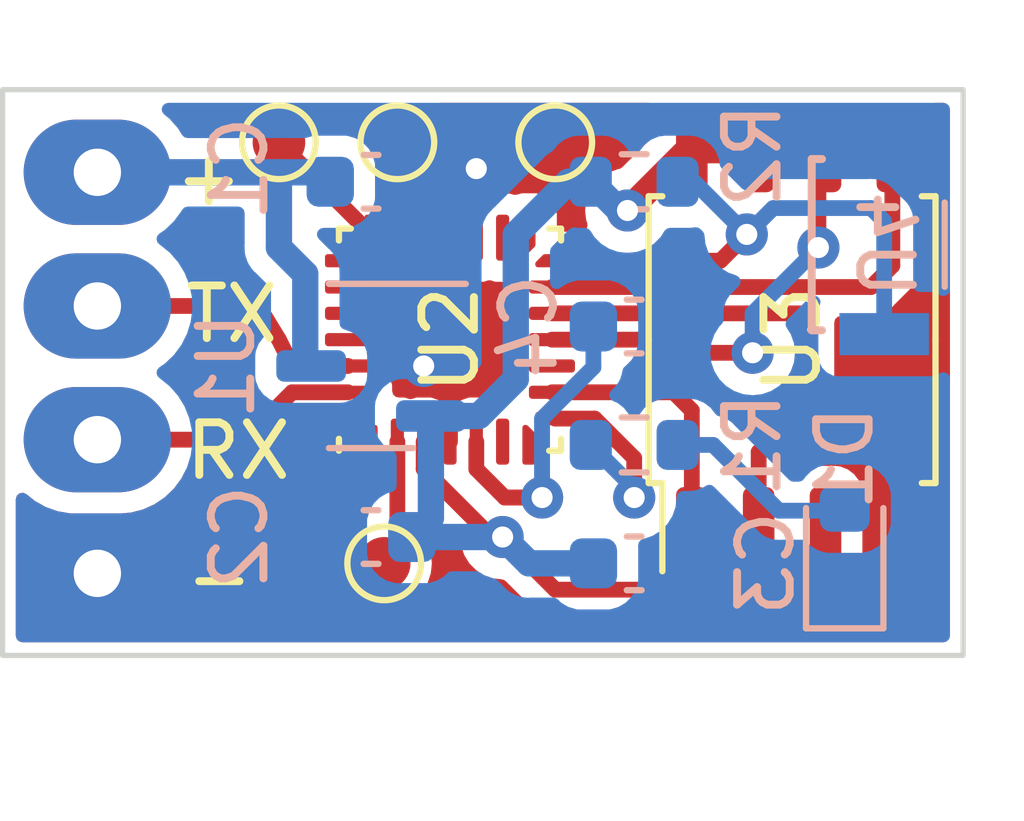
<source format=kicad_pcb>
(kicad_pcb (version 20221018) (generator pcbnew)
  (title_block (comment 4 "AISLER Project ID: SPNUQLLX"))
  (layers (0 "F.Cu" signal) (31 "B.Cu" signal) (34 "B.Paste" user) (35 "F.Paste" user) (36 "B.SilkS" user "B.Silkscreen") (37 "F.SilkS" user "F.Silkscreen") (38 "B.Mask" user) (39 "F.Mask" user) (44 "Edge.Cuts" user))
  (net 0 "")
  (net 1 "+5V")
  (net 2 "GND")
  (net 3 "VCC")
  (net 4 "/RESET")
  (net 5 "/LED")
  (net 6 "RX")
  (net 7 "TX")
  (net 8 "KEY")
  (net 9 "/SWCLK")
  (net 10 "/SWDIO")
  (net 11 "/TEST")
  (net 12 "CS")
  (net 13 "SCK")
  (net 14 "MISO")
  (net 15 "MOSI")
  (net 16 "Net-(U2-PA2)")
  (footprint "TestPoint:TestPoint_Pad_D1.0mm" (layer "F.Cu") (at 72.25 60.25)
    (fp_text reference "TP3")
    (fp_text value "TestPoint")
    (fp_circle (center 0 0) (end 0 0.7) (stroke (width 0.12)) (fill none) (layer "F.SilkS"))
    (pad "1" smd circle (at 0 0) (size 1 1) (layers "F.Cu" "F.Mask") (net 11 "/TEST"))
  )
  (footprint "LSC_footprint:uart_power_th" (layer "F.Cu") (at 67 56.7)
    (fp_text reference "J1")
    (fp_text value "UART")
    (fp_text user "RX" (at 1.4 2 unlocked) (layer "F.SilkS") (effects (justify left bottom)))
    (fp_text user "+" (at 1.2 -3.2 unlocked) (layer "F.SilkS") (effects (justify left bottom)))
    (fp_text user "TX" (at 1.4 -0.6 unlocked) (layer "F.SilkS") (effects (justify left bottom)))
    (fp_text user "-" (at 1.4 4.4 unlocked) (layer "F.SilkS") (effects (justify left bottom)))
    (pad "1" thru_hole rect (at -0.2 3.74) (size 2.8 2) (drill 0.9) (layers "*.Cu" "*.Mask") (net 2 "GND"))
    (pad "2" thru_hole oval (at -0.2 1.2) (size 2.8 2) (drill 0.9) (layers "*.Cu" "*.Mask") (net 6 "RX"))
    (pad "3" thru_hole oval (at -0.2 -1.34) (size 2.8 2) (drill 0.9) (layers "*.Cu" "*.Mask") (net 7 "TX"))
    (pad "4" thru_hole oval (at -0.2 -3.88) (size 2.8 2) (drill 0.9) (layers "*.Cu" "*.Mask") (net 1 "+5V"))
  )
  (footprint "TestPoint:TestPoint_Pad_D1.0mm" (layer "F.Cu") (at 70.25 52.25)
    (fp_text reference "TP1")
    (fp_text value "TestPoint")
    (fp_circle (center 0 0) (end 0 0.7) (stroke (width 0.12)) (fill none) (layer "F.SilkS"))
    (pad "1" smd circle (at 0 0) (size 1 1) (layers "F.Cu" "F.Mask") (net 9 "/SWCLK"))
  )
  (footprint "TestPoint:TestPoint_Pad_D1.0mm" (layer "F.Cu") (at 75.5 52.25)
    (fp_text reference "TP0")
    (fp_text value "TestPoint")
    (fp_circle (center 0 0) (end 0 0.7) (stroke (width 0.12)) (fill none) (layer "F.SilkS"))
    (pad "1" smd circle (at 0 0) (size 1 1) (layers "F.Cu" "F.Mask") (net 2 "GND"))
  )
  (footprint "TestPoint:TestPoint_Pad_D1.0mm" (layer "F.Cu") (at 72.5 52.25)
    (fp_text reference "TP2")
    (fp_text value "TestPoint")
    (fp_circle (center 0 0) (end 0 0.7) (stroke (width 0.12)) (fill none) (layer "F.SilkS"))
    (pad "1" smd circle (at 0 0) (size 1 1) (layers "F.Cu" "F.Mask") (net 10 "/SWDIO"))
  )
  (footprint "Package_SO:SOIC-8_5.23x5.23mm_P1.27mm" (layer "F.Cu") (at 80 56 90)
    (fp_text reference "U3" (at 0 0 90) (layer "F.SilkS"))
    (fp_text value "W25Q128JVS")
    (fp_line (start -2.725 -2.725) (end -2.725 -2.465) (stroke (width 0.12)) (layer "F.SilkS"))
    (fp_line (start -2.725 -2.465) (end -4.4 -2.465) (stroke (width 0.12)) (layer "F.SilkS"))
    (fp_line (start -2.725 2.725) (end -2.725 2.465) (stroke (width 0.12)) (layer "F.SilkS"))
    (fp_line (start 0 -2.725) (end -2.725 -2.725) (stroke (width 0.12)) (layer "F.SilkS"))
    (fp_line (start 0 -2.725) (end 2.725 -2.725) (stroke (width 0.12)) (layer "F.SilkS"))
    (fp_line (start 0 2.725) (end -2.725 2.725) (stroke (width 0.12)) (layer "F.SilkS"))
    (fp_line (start 0 2.725) (end 2.725 2.725) (stroke (width 0.12)) (layer "F.SilkS"))
    (fp_line (start 2.725 -2.725) (end 2.725 -2.465) (stroke (width 0.12)) (layer "F.SilkS"))
    (fp_line (start 2.725 2.725) (end 2.725 2.465) (stroke (width 0.12)) (layer "F.SilkS"))
    (pad "1" smd roundrect (at -3.6 -1.905 90) (size 1.6 0.6) (layers "F.Cu" "F.Paste" "F.Mask") (net 12 "CS"))
    (pad "2" smd roundrect (at -3.6 -0.635 90) (size 1.6 0.6) (layers "F.Cu" "F.Paste" "F.Mask") (net 14 "MISO"))
    (pad "3" smd roundrect (at -3.6 0.635 90) (size 1.6 0.6) (layers "F.Cu" "F.Paste" "F.Mask") (net 3 "VCC"))
    (pad "4" smd roundrect (at -3.6 1.905 90) (size 1.6 0.6) (layers "F.Cu" "F.Paste" "F.Mask") (net 2 "GND"))
    (pad "5" smd roundrect (at 3.6 1.905 90) (size 1.6 0.6) (layers "F.Cu" "F.Paste" "F.Mask") (net 15 "MOSI"))
    (pad "6" smd roundrect (at 3.6 0.635 90) (size 1.6 0.6) (layers "F.Cu" "F.Paste" "F.Mask") (net 13 "SCK"))
    (pad "7" smd roundrect (at 3.6 -0.635 90) (size 1.6 0.6) (layers "F.Cu" "F.Paste" "F.Mask") (net 3 "VCC"))
    (pad "8" smd roundrect (at 3.6 -1.905 90) (size 1.6 0.6) (layers "F.Cu" "F.Paste" "F.Mask") (net 3 "VCC"))
  )
  (footprint "Package_DFN_QFN:QFN-28_4x4mm_P0.5mm" (layer "F.Cu") (at 73.5 56 90)
    (fp_text reference "U2" (at 0 0 90) (layer "F.SilkS"))
    (fp_text value "STM32G031G8Ux")
    (fp_line (start -2.11 2.11) (end -2.11 1.885) (stroke (width 0.12)) (layer "F.SilkS"))
    (fp_line (start -1.885 -2.11) (end -2.11 -2.11) (stroke (width 0.12)) (layer "F.SilkS"))
    (fp_line (start -1.885 2.11) (end -2.11 2.11) (stroke (width 0.12)) (layer "F.SilkS"))
    (fp_line (start 1.885 -2.11) (end 2.11 -2.11) (stroke (width 0.12)) (layer "F.SilkS"))
    (fp_line (start 1.885 2.11) (end 2.11 2.11) (stroke (width 0.12)) (layer "F.SilkS"))
    (fp_line (start 2.11 -2.11) (end 2.11 -1.885) (stroke (width 0.12)) (layer "F.SilkS"))
    (fp_line (start 2.11 2.11) (end 2.11 1.885) (stroke (width 0.12)) (layer "F.SilkS"))
    (pad "1" smd custom (at -1.9975 -1.5 90) (size 0.136863 0.136863) (layers "F.Cu" "F.Paste" "F.Mask") (options (clearance outline) (anchor circle)) (primitives (gr_poly (pts (xy 0.3325 0.05364) (xy 0.3325 0.08) (xy -0.3325 0.08) (xy -0.3325 -0.08) (xy 0.19886 -0.08)) (width 0.09) (fill yes))))
    (pad "2" smd roundrect (at -1.9375 -1 90) (size 0.875 0.25) (layers "F.Cu" "F.Paste" "F.Mask") (net 11 "/TEST"))
    (pad "3" smd roundrect (at -1.9375 -0.5 90) (size 0.875 0.25) (layers "F.Cu" "F.Paste" "F.Mask") (net 3 "VCC"))
    (pad "4" smd roundrect (at -1.9375 0 90) (size 0.875 0.25) (layers "F.Cu" "F.Paste" "F.Mask") (net 2 "GND"))
    (pad "5" smd roundrect (at -1.9375 0.5 90) (size 0.875 0.25) (layers "F.Cu" "F.Paste" "F.Mask") (net 4 "/RESET"))
    (pad "6" smd roundrect (at -1.9375 1 90) (size 0.875 0.25) (layers "F.Cu" "F.Paste" "F.Mask"))
    (pad "7" smd custom (at -1.9975 1.5 90) (size 0.136863 0.136863) (layers "F.Cu" "F.Paste" "F.Mask") (options (clearance outline) (anchor circle)) (primitives (gr_poly (pts (xy 0.3325 -0.05364) (xy 0.19886 0.08) (xy -0.3325 0.08) (xy -0.3325 -0.08) (xy 0.3325 -0.08)) (width 0.09) (fill yes))))
    (pad "8" smd custom (at -1.5 1.9975 90) (size 0.136863 0.136863) (layers "F.Cu" "F.Paste" "F.Mask") (net 16 "Net-(U2-PA2)") (options (clearance outline) (anchor circle)) (primitives (gr_poly (pts (xy 0.08 0.3325) (xy -0.08 0.3325) (xy -0.08 -0.19886) (xy 0.05364 -0.3325) (xy 0.08 -0.3325)) (width 0.09) (fill yes))))
    (pad "9" smd roundrect (at -1 1.9375 90) (size 0.25 0.875) (layers "F.Cu" "F.Paste" "F.Mask") (net 12 "CS"))
    (pad "10" smd roundrect (at -0.5 1.9375 90) (size 0.25 0.875) (layers "F.Cu" "F.Paste" "F.Mask"))
    (pad "11" smd roundrect (at 0 1.9375 90) (size 0.25 0.875) (layers "F.Cu" "F.Paste" "F.Mask") (net 13 "SCK"))
    (pad "12" smd roundrect (at 0.5 1.9375 90) (size 0.25 0.875) (layers "F.Cu" "F.Paste" "F.Mask") (net 14 "MISO"))
    (pad "13" smd roundrect (at 1 1.9375 90) (size 0.25 0.875) (layers "F.Cu" "F.Paste" "F.Mask") (net 15 "MOSI"))
    (pad "14" smd custom (at 1.5 1.9975 90) (size 0.136863 0.136863) (layers "F.Cu" "F.Paste" "F.Mask") (net 8 "KEY") (options (clearance outline) (anchor circle)) (primitives (gr_poly (pts (xy 0.08 -0.19886) (xy 0.08 0.3325) (xy -0.08 0.3325) (xy -0.08 -0.3325) (xy -0.05364 -0.3325)) (width 0.09) (fill yes))))
    (pad "15" smd custom (at 1.9975 1.5 90) (size 0.136863 0.136863) (layers "F.Cu" "F.Paste" "F.Mask") (options (clearance outline) (anchor circle)) (primitives (gr_poly (pts (xy 0.3325 0.08) (xy -0.19886 0.08) (xy -0.3325 -0.05364) (xy -0.3325 -0.08) (xy 0.3325 -0.08)) (width 0.09) (fill yes))))
    (pad "16" smd roundrect (at 1.9375 1 90) (size 0.875 0.25) (layers "F.Cu" "F.Paste" "F.Mask"))
    (pad "17" smd roundrect (at 1.9375 0.5 90) (size 0.875 0.25) (layers "F.Cu" "F.Paste" "F.Mask"))
    (pad "18" smd roundrect (at 1.9375 0 90) (size 0.875 0.25) (layers "F.Cu" "F.Paste" "F.Mask"))
    (pad "19" smd roundrect (at 1.9375 -0.5 90) (size 0.875 0.25) (layers "F.Cu" "F.Paste" "F.Mask"))
    (pad "20" smd roundrect (at 1.9375 -1 90) (size 0.875 0.25) (layers "F.Cu" "F.Paste" "F.Mask") (net 10 "/SWDIO"))
    (pad "21" smd custom (at 1.9975 -1.5 90) (size 0.136863 0.136863) (layers "F.Cu" "F.Paste" "F.Mask") (net 9 "/SWCLK") (options (clearance outline) (anchor circle)) (primitives (gr_poly (pts (xy 0.3325 0.08) (xy -0.3325 0.08) (xy -0.3325 0.05364) (xy -0.19886 -0.08) (xy 0.3325 -0.08)) (width 0.09) (fill yes))))
    (pad "22" smd custom (at 1.5 -1.9975 90) (size 0.136863 0.136863) (layers "F.Cu" "F.Paste" "F.Mask") (options (clearance outline) (anchor circle)) (primitives (gr_poly (pts (xy 0.08 0.19886) (xy -0.05364 0.3325) (xy -0.08 0.3325) (xy -0.08 -0.3325) (xy 0.08 -0.3325)) (width 0.09) (fill yes))))
    (pad "23" smd roundrect (at 1 -1.9375 90) (size 0.25 0.875) (layers "F.Cu" "F.Paste" "F.Mask"))
    (pad "24" smd roundrect (at 0.5 -1.9375 90) (size 0.25 0.875) (layers "F.Cu" "F.Paste" "F.Mask"))
    (pad "25" smd roundrect (at 0 -1.9375 90) (size 0.25 0.875) (layers "F.Cu" "F.Paste" "F.Mask"))
    (pad "26" smd roundrect (at -0.5 -1.9375 90) (size 0.25 0.875) (layers "F.Cu" "F.Paste" "F.Mask") (net 7 "TX"))
    (pad "27" smd roundrect (at -1 -1.9375 90) (size 0.25 0.875) (layers "F.Cu" "F.Paste" "F.Mask") (net 6 "RX"))
    (pad "28" smd custom (at -1.5 -1.9975 90) (size 0.136863 0.136863) (layers "F.Cu" "F.Paste" "F.Mask") (options (clearance outline) (anchor circle)) (primitives (gr_poly (pts (xy 0.08 0.3325) (xy 0.05364 0.3325) (xy -0.08 0.19886) (xy -0.08 -0.3325) (xy 0.08 -0.3325)) (width 0.09) (fill yes))))
  )
  (footprint "Resistor_SMD:R_0603_1608Metric" (layer "B.Cu") (at 77 58)
    (fp_text reference "R1" (at 2.25 0 -90) (layer "B.SilkS") (effects (justify mirror)))
    (fp_text value "1KO")
    (fp_line (start -0.237258 -0.5225) (end 0.237258 -0.5225) (stroke (width 0.12)) (layer "B.SilkS"))
    (fp_line (start -0.237258 0.5225) (end 0.237258 0.5225) (stroke (width 0.12)) (layer "B.SilkS"))
    (pad "1" smd roundrect (at -0.825 0) (size 0.8 0.95) (layers "B.Cu" "B.Paste" "B.Mask") (net 16 "Net-(U2-PA2)"))
    (pad "2" smd roundrect (at 0.825 0) (size 0.8 0.95) (layers "B.Cu" "B.Paste" "B.Mask") (net 5 "/LED"))
  )
  (footprint "Package_TO_SOT_SMD:SOT-23-3" (layer "B.Cu") (at 72 56.5 180)
    (fp_text reference "U1" (at 2.75 0 90) (layer "B.SilkS") (effects (justify mirror)))
    (fp_text value "XC6206PxxxMR")
    (fp_line (start 0 -1.56) (end -0.8 -1.56) (stroke (width 0.12)) (layer "B.SilkS"))
    (fp_line (start 0 -1.56) (end 0.8 -1.56) (stroke (width 0.12)) (layer "B.SilkS"))
    (fp_line (start 0 1.56) (end -1.8 1.56) (stroke (width 0.12)) (layer "B.SilkS"))
    (fp_line (start 0 1.56) (end 0.8 1.56) (stroke (width 0.12)) (layer "B.SilkS"))
    (pad "1" smd roundrect (at -1.1375 0.95 180) (size 1.325 0.6) (layers "B.Cu" "B.Paste" "B.Mask") (net 2 "GND"))
    (pad "2" smd roundrect (at -1.1375 -0.95 180) (size 1.325 0.6) (layers "B.Cu" "B.Paste" "B.Mask") (net 3 "VCC"))
    (pad "3" smd roundrect (at 1.1375 0 180) (size 1.325 0.6) (layers "B.Cu" "B.Paste" "B.Mask") (net 1 "+5V"))
  )
  (footprint "Resistor_SMD:R_0603_1608Metric" (layer "B.Cu") (at 77 53)
    (fp_text reference "R2" (at 2.25 -0.5 90) (layer "B.SilkS") (effects (justify mirror)))
    (fp_text value "10kO")
    (fp_line (start -0.237258 -0.5225) (end 0.237258 -0.5225) (stroke (width 0.12)) (layer "B.SilkS"))
    (fp_line (start -0.237258 0.5225) (end 0.237258 0.5225) (stroke (width 0.12)) (layer "B.SilkS"))
    (pad "1" smd roundrect (at -0.825 0) (size 0.8 0.95) (layers "B.Cu" "B.Paste" "B.Mask") (net 3 "VCC"))
    (pad "2" smd roundrect (at 0.825 0) (size 0.8 0.95) (layers "B.Cu" "B.Paste" "B.Mask") (net 8 "KEY"))
  )
  (footprint "Capacitor_SMD:C_0603_1608Metric" (layer "B.Cu") (at 77 55.75 180)
    (fp_text reference "C4" (at 2 0 90) (layer "B.SilkS") (effects (justify mirror)))
    (fp_text value "100nF")
    (fp_line (start -0.14058 -0.51) (end 0.14058 -0.51) (stroke (width 0.12)) (layer "B.SilkS"))
    (fp_line (start -0.14058 0.51) (end 0.14058 0.51) (stroke (width 0.12)) (layer "B.SilkS"))
    (pad "1" smd roundrect (at -0.775 0 180) (size 0.9 0.95) (layers "B.Cu" "B.Paste" "B.Mask") (net 2 "GND"))
    (pad "2" smd roundrect (at 0.775 0 180) (size 0.9 0.95) (layers "B.Cu" "B.Paste" "B.Mask") (net 4 "/RESET"))
  )
  (footprint "Capacitor_SMD:C_0603_1608Metric" (layer "B.Cu") (at 77 60.25)
    (fp_text reference "C3" (at 2.5 0 90) (layer "B.SilkS") (effects (justify mirror)))
    (fp_text value "4.7uF")
    (fp_line (start -0.14058 -0.51) (end 0.14058 -0.51) (stroke (width 0.12)) (layer "B.SilkS"))
    (fp_line (start -0.14058 0.51) (end 0.14058 0.51) (stroke (width 0.12)) (layer "B.SilkS"))
    (pad "1" smd roundrect (at -0.775 0) (size 0.9 0.95) (layers "B.Cu" "B.Paste" "B.Mask") (net 3 "VCC"))
    (pad "2" smd roundrect (at 0.775 0) (size 0.9 0.95) (layers "B.Cu" "B.Paste" "B.Mask") (net 2 "GND"))
  )
  (footprint "LED_SMD:LED_0603_1608Metric" (layer "B.Cu") (at 81 60 90)
    (fp_text reference "D1" (at 1.75 0 90) (layer "B.SilkS") (effects (justify mirror)))
    (fp_text value "LED")
    (fp_line (start -1.485 -0.735) (end 0.8 -0.735) (stroke (width 0.12)) (layer "B.SilkS"))
    (fp_line (start -1.485 0.735) (end -1.485 -0.735) (stroke (width 0.12)) (layer "B.SilkS"))
    (fp_line (start 0.8 0.735) (end -1.485 0.735) (stroke (width 0.12)) (layer "B.SilkS"))
    (pad "1" smd roundrect (at -0.7875 0 90) (size 0.875 0.95) (layers "B.Cu" "B.Paste" "B.Mask") (net 2 "GND"))
    (pad "2" smd roundrect (at 0.7875 0 90) (size 0.875 0.95) (layers "B.Cu" "B.Paste" "B.Mask") (net 5 "/LED"))
  )
  (footprint "LSC_footprint:B3U-3000P" (layer "B.Cu") (at 82.099999 54.1951 90)
    (fp_text reference "U4" (at 0 -0.349999 270 unlocked) (layer "B.SilkS") (effects (justify mirror)))
    (fp_text value "B3U-3000P")
    (fp_line (start -1.627 -1.727001) (end 1.627 -1.727001) (stroke (width 0.1524)) (layer "B.SilkS"))
    (fp_line (start -1.627 -1.532739) (end -1.627 -1.727001) (stroke (width 0.1524)) (layer "B.SilkS"))
    (fp_line (start -0.8 0.8) (end 0.8 0.8) (stroke (width 0.12)) (layer "B.SilkS"))
    (fp_line (start 1.627 -1.727001) (end 1.627 -1.532739) (stroke (width 0.1524)) (layer "B.SilkS"))
    (pad "1" smd rect (at -1.700002 -0.349999 90) (size 0.8 1.7) (layers "B.Cu" "B.Paste" "B.Mask") (net 8 "KEY"))
    (pad "2" smd rect (at 1.700002 -0.349999 90) (size 0.8 1.7) (layers "B.Cu" "B.Paste" "B.Mask") (net 2 "GND"))
  )
  (footprint "Capacitor_SMD:C_0603_1608Metric" (layer "B.Cu") (at 72 53)
    (fp_text reference "C1" (at -2.5 -0.25 -90) (layer "B.SilkS") (effects (justify mirror)))
    (fp_text value "4.7uF")
    (fp_line (start -0.14058 -0.51) (end 0.14058 -0.51) (stroke (width 0.12)) (layer "B.SilkS"))
    (fp_line (start -0.14058 0.51) (end 0.14058 0.51) (stroke (width 0.12)) (layer "B.SilkS"))
    (pad "1" smd roundrect (at -0.775 0) (size 0.9 0.95) (layers "B.Cu" "B.Paste" "B.Mask") (net 1 "+5V"))
    (pad "2" smd roundrect (at 0.775 0) (size 0.9 0.95) (layers "B.Cu" "B.Paste" "B.Mask") (net 2 "GND"))
  )
  (footprint "Capacitor_SMD:C_0603_1608Metric" (layer "B.Cu") (at 72 59.75 180)
    (fp_text reference "C2" (at 2.5 0 90) (layer "B.SilkS") (effects (justify mirror)))
    (fp_text value "100nF")
    (fp_line (start -0.14058 -0.51) (end 0.14058 -0.51) (stroke (width 0.12)) (layer "B.SilkS"))
    (fp_line (start -0.14058 0.51) (end 0.14058 0.51) (stroke (width 0.12)) (layer "B.SilkS"))
    (pad "1" smd roundrect (at -0.775 0 180) (size 0.9 0.95) (layers "B.Cu" "B.Paste" "B.Mask") (net 3 "VCC"))
    (pad "2" smd roundrect (at 0.775 0 180) (size 0.9 0.95) (layers "B.Cu" "B.Paste" "B.Mask") (net 2 "GND"))
  )
  (gr_rect (start 65 51.25) (end 83.25 62) (stroke (width 0.1)) (fill none) (layer "Edge.Cuts"))
  (segment (start 70.75 54.75) (end 70.75 56.3875) (width 0.5) (layer "B.Cu") (net 1))
  (segment (start 70.25 54.25) (end 70.75 54.75) (width 0.5) (layer "B.Cu") (net 1))
  (segment (start 66.8 52.82) (end 70.25 52.82) (width 0.5) (layer "B.Cu") (net 1))
  (segment (start 71.045 52.82) (end 71.225 53) (width 0.5) (layer "B.Cu") (net 1))
  (segment (start 70.25 52.82) (end 70.25 54.25) (width 0.5) (layer "B.Cu") (net 1))
  (segment (start 70.25 52.82) (end 71.045 52.82) (width 0.5) (layer "B.Cu") (net 1))
  (segment (start 70.75 56.3875) (end 70.8625 56.5) (width 0.5) (layer "B.Cu") (net 1))
  (segment (start 73 56.5) (end 73.5 56.5) (width 0.3) (layer "F.Cu") (net 2))
  (segment (start 73.5 56.5) (end 73.5 57.9375) (width 0.3) (layer "F.Cu") (net 2))
  (segment (start 75.5 52.25) (end 74.5 52.25) (width 0.3) (layer "F.Cu") (net 2))
  (segment (start 72.75 56.5) (end 73.25 56.5) (width 0.3) (layer "F.Cu") (net 2))
  (segment (start 74.5 52.25) (end 74 52.75) (width 0.3) (layer "F.Cu") (net 2))
  (via (at 74 52.75) (size 0.8) (drill 0.4) (layers "F.Cu" "B.Cu") (net 2))
  (via (at 73 56.5) (size 0.8) (drill 0.4) (layers "F.Cu" "B.Cu") (net 2))
  (segment (start 73 58.458363) (end 74.291637 59.75) (width 0.3) (layer "F.Cu") (net 3))
  (segment (start 74.291637 59.75) (end 74.5 59.75) (width 0.3) (layer "F.Cu") (net 3))
  (segment (start 75.5 60.75) (end 74.5 59.75) (width 0.3) (layer "F.Cu") (net 3))
  (segment (start 78.095 52.4) (end 78.018566 52.4) (width 0.5) (layer "F.Cu") (net 3))
  (segment (start 78.018566 52.4) (end 76.87276 53.545806) (width 0.5) (layer "F.Cu") (net 3))
  (segment (start 78.095 52.4) (end 79.365 52.4) (width 0.5) (layer "F.Cu") (net 3))
  (segment (start 73 57.9375) (end 73 58.458363) (width 0.3) (layer "F.Cu") (net 3))
  (segment (start 80.635 60.75) (end 75.5 60.75) (width 0.3) (layer "F.Cu") (net 3))
  (segment (start 80.635 59.6) (end 80.635 60.75) (width 0.3) (layer "F.Cu") (net 3))
  (via (at 74.5 59.75) (size 0.8) (drill 0.4) (layers "F.Cu" "B.Cu") (net 3))
  (via (at 76.87276 53.545806) (size 0.8) (drill 0.4) (layers "F.Cu" "B.Cu") (net 3))
  (segment (start 74.75 56.75) (end 74.05 57.45) (width 0.5) (layer "B.Cu") (net 3))
  (segment (start 72.775 59.75) (end 74.5 59.75) (width 0.5) (layer "B.Cu") (net 3))
  (segment (start 76.175 53) (end 75.75 53) (width 0.5) (layer "B.Cu") (net 3))
  (segment (start 76.87276 53.545806) (end 76.720806 53.545806) (width 0.5) (layer "B.Cu") (net 3))
  (segment (start 74.05 57.45) (end 73.1375 57.45) (width 0.5) (layer "B.Cu") (net 3))
  (segment (start 75 60.25) (end 74.5 59.75) (width 0.5) (layer "B.Cu") (net 3))
  (segment (start 73.1375 59.3875) (end 72.775 59.75) (width 0.5) (layer "B.Cu") (net 3))
  (segment (start 75.75 53) (end 74.75 54) (width 0.5) (layer "B.Cu") (net 3))
  (segment (start 74.75 54) (end 74.75 56.75) (width 0.5) (layer "B.Cu") (net 3))
  (segment (start 73.1375 57.45) (end 73.1375 59.3875) (width 0.5) (layer "B.Cu") (net 3))
  (segment (start 76.225 60.25) (end 75 60.25) (width 0.5) (layer "B.Cu") (net 3))
  (segment (start 76.720806 53.545806) (end 76.175 53) (width 0.5) (layer "B.Cu") (net 3))
  (segment (start 74 58.458363) (end 74.541637 59) (width 0.3) (layer "F.Cu") (net 4))
  (segment (start 74 57.9375) (end 74 58.458363) (width 0.3) (layer "F.Cu") (net 4))
  (segment (start 74.541637 59) (end 75.25 59) (width 0.3) (layer "F.Cu") (net 4))
  (segment (start 74.541637 59) (end 75 59) (width 0.3) (layer "F.Cu") (net 4))
  (segment (start 75 59) (end 75.5 59) (width 0.3) (layer "F.Cu") (net 4))
  (via (at 75.25 59) (size 0.8) (drill 0.4) (layers "F.Cu" "B.Cu") (net 4))
  (segment (start 75.25 59) (end 75.25 57.5) (width 0.3) (layer "B.Cu") (net 4))
  (segment (start 76.225 56.525) (end 76.225 55.75) (width 0.3) (layer "B.Cu") (net 4))
  (segment (start 75.25 57.5) (end 76.225 56.525) (width 0.3) (layer "B.Cu") (net 4))
  (segment (start 75.25 58.75) (end 75.25 57.5) (width 0.3) (layer "B.Cu") (net 4))
  (segment (start 80.9625 59.25) (end 81 59.2125) (width 0.3) (layer "B.Cu") (net 5))
  (segment (start 77.825 58) (end 78.5 58) (width 0.3) (layer "B.Cu") (net 5))
  (segment (start 79.75 59.25) (end 80.9625 59.25) (width 0.3) (layer "B.Cu") (net 5))
  (segment (start 78.5 58) (end 79.75 59.25) (width 0.3) (layer "B.Cu") (net 5))
  (segment (start 69.6 57.9) (end 66.8 57.9) (width 0.3) (layer "F.Cu") (net 6))
  (segment (start 71.5625 57) (end 70.5 57) (width 0.3) (layer "F.Cu") (net 6))
  (segment (start 70.5 57) (end 69.6 57.9) (width 0.3) (layer "F.Cu") (net 6))
  (segment (start 69.86 55.36) (end 66.8 55.36) (width 0.3) (layer "F.Cu") (net 7))
  (segment (start 71.5625 56.5) (end 70.5 56.5) (width 0.3) (layer "F.Cu") (net 7))
  (segment (start 70.25 56) (end 69.86 55.36) (width 0.3) (layer "F.Cu") (net 7))
  (segment (start 70.5 56.5) (end 70.25 56) (width 0.3) (layer "F.Cu") (net 7))
  (segment (start 75.4975 54.5) (end 78.639385 54.5) (width 0.3) (layer "F.Cu") (net 8))
  (segment (start 78.639385 54.5) (end 79.139204 54.000181) (width 0.3) (layer "F.Cu") (net 8))
  (via (at 79.139204 54.000181) (size 0.8) (drill 0.4) (layers "F.Cu" "B.Cu") (net 8))
  (segment (start 81.5 53.5) (end 81.75 53.75) (width 0.3) (layer "B.Cu") (net 8))
  (segment (start 78.139023 53) (end 79.139204 54.000181) (width 0.3) (layer "B.Cu") (net 8))
  (segment (start 77.825 53) (end 78.139023 53) (width 0.3) (layer "B.Cu") (net 8))
  (segment (start 79.639385 53.5) (end 81.5 53.5) (width 0.3) (layer "B.Cu") (net 8))
  (segment (start 79.139204 54.000181) (end 79.639385 53.5) (width 0.3) (layer "B.Cu") (net 8))
  (segment (start 81.75 53.75) (end 81.75 55.895102) (width 0.3) (layer "B.Cu") (net 8))
  (segment (start 70.25 52.25) (end 70.25 52.2525) (width 0.3) (layer "F.Cu") (net 9))
  (segment (start 70.25 52.2525) (end 72 54.0025) (width 0.3) (layer "F.Cu") (net 9))
  (segment (start 72.5 52.25) (end 72.5 54.0625) (width 0.3) (layer "F.Cu") (net 10))
  (segment (start 72.5 57.9375) (end 72.5 60) (width 0.3) (layer "F.Cu") (net 11))
  (segment (start 72.5 60) (end 72.25 60.25) (width 0.3) (layer "F.Cu") (net 11))
  (segment (start 78.095 59.6) (end 78.095 57.345) (width 0.3) (layer "F.Cu") (net 12))
  (segment (start 78.095 57.345) (end 77.75 57) (width 0.3) (layer "F.Cu") (net 12))
  (segment (start 75.4375 57) (end 77.75 57) (width 0.3) (layer "F.Cu") (net 12))
  (segment (start 77.25 56) (end 75.4375 56) (width 0.3) (layer "F.Cu") (net 13))
  (segment (start 80.5 52.535) (end 80.635 52.4) (width 0.3) (layer "F.Cu") (net 13))
  (segment (start 77.4995 56.2495) (end 77.25 56) (width 0.3) (layer "F.Cu") (net 13))
  (segment (start 79.25 56.2495) (end 77.4995 56.2495) (width 0.3) (layer "F.Cu") (net 13))
  (segment (start 80.5 54.25) (end 80.5 52.535) (width 0.3) (layer "F.Cu") (net 13))
  (via (at 80.5 54.25) (size 0.8) (drill 0.4) (layers "F.Cu" "B.Cu") (net 13))
  (via (at 79.25 56.2495) (size 0.8) (drill 0.4) (layers "F.Cu" "B.Cu") (net 13))
  (segment (start 80.5 54.25) (end 79.5 55.25) (width 0.3) (layer "B.Cu") (net 13))
  (segment (start 79.25 55.5) (end 79.25 56.2495) (width 0.3) (layer "B.Cu") (net 13))
  (segment (start 79.5 55.25) (end 79.25 55.5) (width 0.3) (layer "B.Cu") (net 13))
  (segment (start 80.25 55.5) (end 80.25 57.25) (width 0.3) (layer "F.Cu") (net 14))
  (segment (start 80.25 57.25) (end 79.365 58.135) (width 0.3) (layer "F.Cu") (net 14))
  (segment (start 75.4375 55.5) (end 80.25 55.5) (width 0.3) (layer "F.Cu") (net 14))
  (segment (start 79.365 58.135) (end 79.365 59.6) (width 0.3) (layer "F.Cu") (net 14))
  (segment (start 75.4375 55) (end 81.5 55) (width 0.3) (layer "F.Cu") (net 15))
  (segment (start 81.905 54.595) (end 81.5 55) (width 0.3) (layer "F.Cu") (net 15))
  (segment (start 81.905 52.4) (end 81.905 54.595) (width 0.3) (layer "F.Cu") (net 15))
  (segment (start 76.25 57.5) (end 77 58.25) (width 0.3) (layer "F.Cu") (net 16))
  (segment (start 75.4975 57.5) (end 76.25 57.5) (width 0.3) (layer "F.Cu") (net 16))
  (segment (start 77 58.25) (end 77 59) (width 0.3) (layer "F.Cu") (net 16))
  (via (at 77 59) (size 0.8) (drill 0.4) (layers "F.Cu" "B.Cu") (net 16))
  (segment (start 77 58.825) (end 76.175 58) (width 0.3) (layer "B.Cu") (net 16))
  (segment (start 77 59) (end 77 58.825) (width 0.3) (layer "B.Cu") (net 16))
  (zone (net 2) (net_name "GND") (layer "F.Cu") (priority 2) (connect_pads yes (clearance 0.4)) (min_thickness 0.25) (fill yes (thermal_gap 0.5) (thermal_bridge_width 0.5))
    (polygon (pts (xy 65.25 51.5) (xy 65.25 61.75) (xy 83 61.75) (xy 83 51.5)))
  )
  (zone (net 2) (net_name "GND") (layer "B.Cu") (connect_pads yes (clearance 0.4)) (min_thickness 0.25) (fill yes (thermal_gap 0.4) (thermal_bridge_width 0.4))
    (polygon (pts (xy 72 51.5) (xy 65.25 51.5) (xy 65.25 61.75) (xy 83 61.75) (xy 83 51.5) (xy 72 51.5)))
  )
)
</source>
